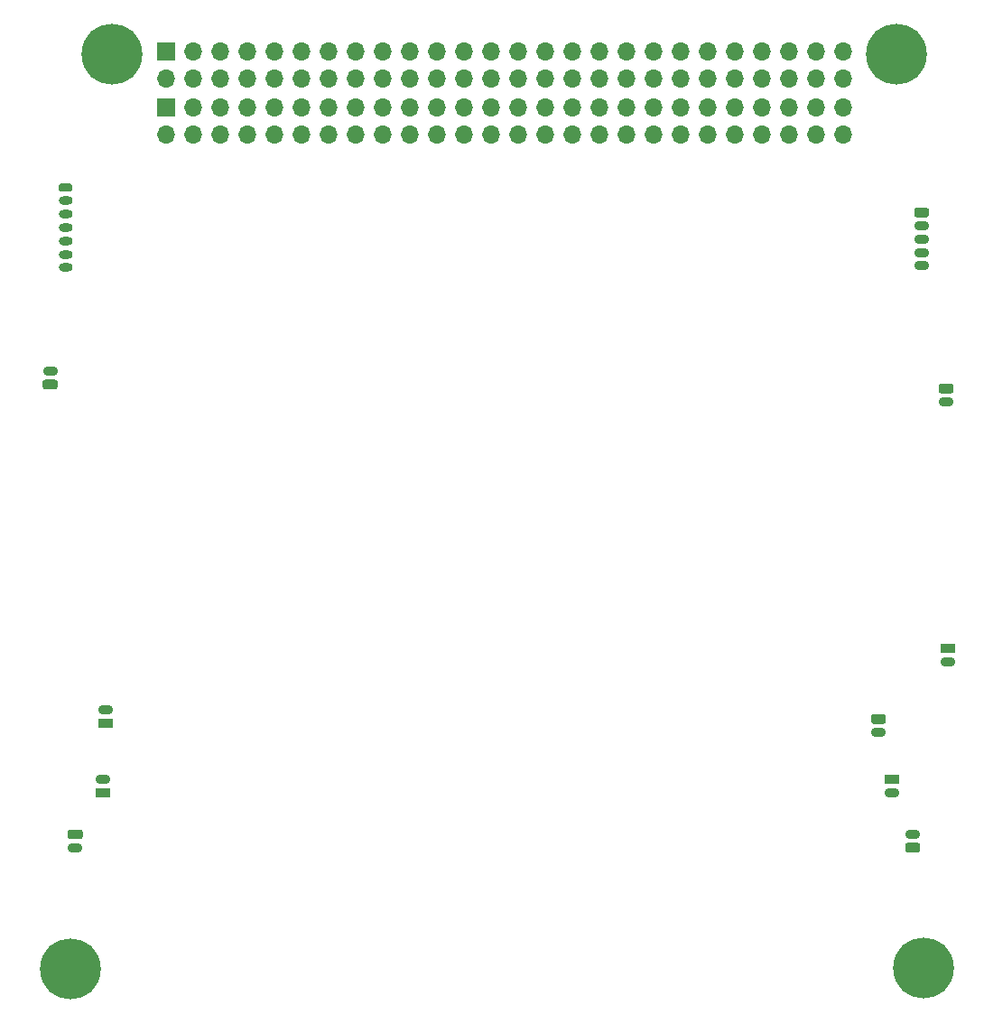
<source format=gbr>
%TF.GenerationSoftware,KiCad,Pcbnew,(5.1.12)-1*%
%TF.CreationDate,2023-02-07T17:32:02-05:00*%
%TF.ProjectId,RADSAT-SK Timer 2,52414453-4154-42d5-934b-2054696d6572,rev?*%
%TF.SameCoordinates,PX7735940PY2faf080*%
%TF.FileFunction,Soldermask,Bot*%
%TF.FilePolarity,Negative*%
%FSLAX46Y46*%
G04 Gerber Fmt 4.6, Leading zero omitted, Abs format (unit mm)*
G04 Created by KiCad (PCBNEW (5.1.12)-1) date 2023-02-07 17:32:02*
%MOMM*%
%LPD*%
G01*
G04 APERTURE LIST*
%ADD10O,1.400000X0.900000*%
%ADD11O,1.700000X1.700000*%
%ADD12R,1.700000X1.700000*%
%ADD13C,5.700000*%
%ADD14C,3.600000*%
%ADD15O,1.300000X0.800000*%
%ADD16R,1.400000X0.900000*%
G04 APERTURE END LIST*
D10*
%TO.C,J202*%
X-5310000Y-24920000D03*
X-5310000Y-23670000D03*
X-5310000Y-22420000D03*
X-5310000Y-21170000D03*
G36*
G01*
X-5785000Y-19470000D02*
X-4835000Y-19470000D01*
G75*
G02*
X-4610000Y-19695000I0J-225000D01*
G01*
X-4610000Y-20145000D01*
G75*
G02*
X-4835000Y-20370000I-225000J0D01*
G01*
X-5785000Y-20370000D01*
G75*
G02*
X-6010000Y-20145000I0J225000D01*
G01*
X-6010000Y-19695000D01*
G75*
G02*
X-5785000Y-19470000I225000J0D01*
G01*
G37*
%TD*%
D11*
%TO.C,J207*%
X-12620000Y-7350000D03*
X-12620000Y-4810000D03*
X-15160000Y-7350000D03*
X-15160000Y-4810000D03*
X-17700000Y-7350000D03*
X-17700000Y-4810000D03*
X-20240000Y-7350000D03*
X-20240000Y-4810000D03*
X-22780000Y-7350000D03*
X-22780000Y-4810000D03*
X-25320000Y-7350000D03*
X-25320000Y-4810000D03*
X-27860000Y-7350000D03*
X-27860000Y-4810000D03*
X-30400000Y-7350000D03*
X-30400000Y-4810000D03*
X-32940000Y-7350000D03*
X-32940000Y-4810000D03*
X-35480000Y-7350000D03*
X-35480000Y-4810000D03*
X-38020000Y-7350000D03*
X-38020000Y-4810000D03*
X-40560000Y-7350000D03*
X-40560000Y-4810000D03*
X-43100000Y-7350000D03*
X-43100000Y-4810000D03*
X-45640000Y-7350000D03*
X-45640000Y-4810000D03*
X-48180000Y-7350000D03*
X-48180000Y-4810000D03*
X-50720000Y-7350000D03*
X-50720000Y-4810000D03*
X-53260000Y-7350000D03*
X-53260000Y-4810000D03*
X-55800000Y-7350000D03*
X-55800000Y-4810000D03*
X-58340000Y-7350000D03*
X-58340000Y-4810000D03*
X-60880000Y-7350000D03*
X-60880000Y-4810000D03*
X-63420000Y-7350000D03*
X-63420000Y-4810000D03*
X-65960000Y-7350000D03*
X-65960000Y-4810000D03*
X-68500000Y-7350000D03*
X-68500000Y-4810000D03*
X-71040000Y-7350000D03*
X-71040000Y-4810000D03*
X-73580000Y-7350000D03*
X-73580000Y-4810000D03*
X-76120000Y-7350000D03*
D12*
X-76120000Y-4810000D03*
%TD*%
D11*
%TO.C,J208*%
X-12620000Y-12620000D03*
X-12620000Y-10080000D03*
X-15160000Y-12620000D03*
X-15160000Y-10080000D03*
X-17700000Y-12620000D03*
X-17700000Y-10080000D03*
X-20240000Y-12620000D03*
X-20240000Y-10080000D03*
X-22780000Y-12620000D03*
X-22780000Y-10080000D03*
X-25320000Y-12620000D03*
X-25320000Y-10080000D03*
X-27860000Y-12620000D03*
X-27860000Y-10080000D03*
X-30400000Y-12620000D03*
X-30400000Y-10080000D03*
X-32940000Y-12620000D03*
X-32940000Y-10080000D03*
X-35480000Y-12620000D03*
X-35480000Y-10080000D03*
X-38020000Y-12620000D03*
X-38020000Y-10080000D03*
X-40560000Y-12620000D03*
X-40560000Y-10080000D03*
X-43100000Y-12620000D03*
X-43100000Y-10080000D03*
X-45640000Y-12620000D03*
X-45640000Y-10080000D03*
X-48180000Y-12620000D03*
X-48180000Y-10080000D03*
X-50720000Y-12620000D03*
X-50720000Y-10080000D03*
X-53260000Y-12620000D03*
X-53260000Y-10080000D03*
X-55800000Y-12620000D03*
X-55800000Y-10080000D03*
X-58340000Y-12620000D03*
X-58340000Y-10080000D03*
X-60880000Y-12620000D03*
X-60880000Y-10080000D03*
X-63420000Y-12620000D03*
X-63420000Y-10080000D03*
X-65960000Y-12620000D03*
X-65960000Y-10080000D03*
X-68500000Y-12620000D03*
X-68500000Y-10080000D03*
X-71040000Y-12620000D03*
X-71040000Y-10080000D03*
X-73580000Y-12620000D03*
X-73580000Y-10080000D03*
X-76120000Y-12620000D03*
D12*
X-76120000Y-10080000D03*
%TD*%
D13*
%TO.C,H102*%
X-7650000Y-5070000D03*
D14*
X-7650000Y-5070000D03*
%TD*%
%TO.C,J201*%
G36*
G01*
X-86040000Y-17170000D02*
X-85140000Y-17170000D01*
G75*
G02*
X-84940000Y-17370000I0J-200000D01*
G01*
X-84940000Y-17770000D01*
G75*
G02*
X-85140000Y-17970000I-200000J0D01*
G01*
X-86040000Y-17970000D01*
G75*
G02*
X-86240000Y-17770000I0J200000D01*
G01*
X-86240000Y-17370000D01*
G75*
G02*
X-86040000Y-17170000I200000J0D01*
G01*
G37*
D15*
X-85590000Y-18820000D03*
X-85590000Y-20070000D03*
X-85590000Y-21320000D03*
X-85590000Y-22570000D03*
X-85590000Y-23820000D03*
X-85590000Y-25070000D03*
%TD*%
%TO.C,SW201*%
G36*
G01*
X-9815000Y-66950000D02*
X-8865000Y-66950000D01*
G75*
G02*
X-8640000Y-67175000I0J-225000D01*
G01*
X-8640000Y-67625000D01*
G75*
G02*
X-8865000Y-67850000I-225000J0D01*
G01*
X-9815000Y-67850000D01*
G75*
G02*
X-10040000Y-67625000I0J225000D01*
G01*
X-10040000Y-67175000D01*
G75*
G02*
X-9815000Y-66950000I225000J0D01*
G01*
G37*
D10*
X-9340000Y-68650000D03*
%TD*%
D13*
%TO.C,H103*%
X-5120000Y-90760000D03*
D14*
X-5120000Y-90760000D03*
%TD*%
D10*
%TO.C,SW206*%
X-6140000Y-78220000D03*
G36*
G01*
X-5665000Y-79920000D02*
X-6615000Y-79920000D01*
G75*
G02*
X-6840000Y-79695000I0J225000D01*
G01*
X-6840000Y-79245000D01*
G75*
G02*
X-6615000Y-79020000I225000J0D01*
G01*
X-5665000Y-79020000D01*
G75*
G02*
X-5440000Y-79245000I0J-225000D01*
G01*
X-5440000Y-79695000D01*
G75*
G02*
X-5665000Y-79920000I-225000J0D01*
G01*
G37*
%TD*%
D16*
%TO.C,SW202*%
X-8060000Y-73040000D03*
D10*
X-8060000Y-74290000D03*
%TD*%
%TO.C,J205*%
X-2996000Y-37672800D03*
G36*
G01*
X-3471000Y-35972800D02*
X-2521000Y-35972800D01*
G75*
G02*
X-2296000Y-36197800I0J-225000D01*
G01*
X-2296000Y-36647800D01*
G75*
G02*
X-2521000Y-36872800I-225000J0D01*
G01*
X-3471000Y-36872800D01*
G75*
G02*
X-3696000Y-36647800I0J225000D01*
G01*
X-3696000Y-36197800D01*
G75*
G02*
X-3471000Y-35972800I225000J0D01*
G01*
G37*
%TD*%
%TO.C,SW204*%
X-82090000Y-73040000D03*
D16*
X-82090000Y-74290000D03*
%TD*%
D10*
%TO.C,SW203*%
X-81820000Y-66530000D03*
D16*
X-81820000Y-67780000D03*
%TD*%
D10*
%TO.C,SW205*%
X-84680000Y-79460000D03*
G36*
G01*
X-85155000Y-77760000D02*
X-84205000Y-77760000D01*
G75*
G02*
X-83980000Y-77985000I0J-225000D01*
G01*
X-83980000Y-78435000D01*
G75*
G02*
X-84205000Y-78660000I-225000J0D01*
G01*
X-85155000Y-78660000D01*
G75*
G02*
X-85380000Y-78435000I0J225000D01*
G01*
X-85380000Y-77985000D01*
G75*
G02*
X-85155000Y-77760000I225000J0D01*
G01*
G37*
%TD*%
D13*
%TO.C,H104*%
X-85120000Y-90860000D03*
D14*
X-85120000Y-90860000D03*
%TD*%
%TO.C,J206*%
G36*
G01*
X-86564700Y-36484900D02*
X-87514700Y-36484900D01*
G75*
G02*
X-87739700Y-36259900I0J225000D01*
G01*
X-87739700Y-35809900D01*
G75*
G02*
X-87514700Y-35584900I225000J0D01*
G01*
X-86564700Y-35584900D01*
G75*
G02*
X-86339700Y-35809900I0J-225000D01*
G01*
X-86339700Y-36259900D01*
G75*
G02*
X-86564700Y-36484900I-225000J0D01*
G01*
G37*
D10*
X-87039700Y-34784900D03*
%TD*%
%TO.C,J204*%
X-2808000Y-62027000D03*
D16*
X-2808000Y-60777000D03*
%TD*%
D13*
%TO.C,H101*%
X-81270000Y-5070000D03*
D14*
X-81270000Y-5070000D03*
%TD*%
M02*

</source>
